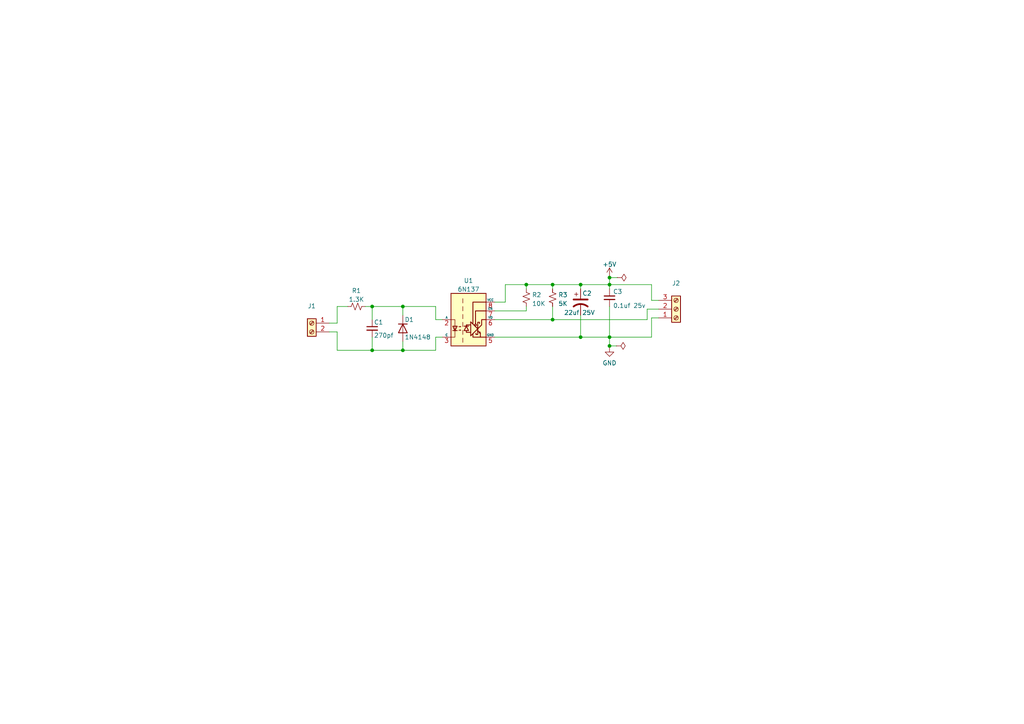
<source format=kicad_sch>
(kicad_sch (version 20211123) (generator eeschema)
  (paper "A4")
  (lib_symbols
    (symbol "Connector:Screw_Terminal_01x02" (pin_names (offset 1.016) hide)
      (property "Reference" "J" (at 0 2.54 0))
      (property "Value" "Screw_Terminal_01x02" (at 0 -5.08 0))
      (symbol "Screw_Terminal_01x02_1_1"
        (rectangle (start -1.27 1.27) (end 1.27 -3.81) (stroke (width 0.254)) (fill (type background)))
        (circle (center 0 -2.54) (radius 0.635) (stroke (width 0.1524)))
        (polyline (pts (xy -0.5334 -2.2098) (xy 0.3302 -3.048)) (stroke (width 0.1524)))
        (polyline (pts (xy -0.5334 0.3302) (xy 0.3302 -0.508)) (stroke (width 0.1524)))
        (polyline (pts (xy -0.3556 -2.032) (xy 0.508 -2.8702)) (stroke (width 0.1524)))
        (polyline (pts (xy -0.3556 0.508) (xy 0.508 -0.3302)) (stroke (width 0.1524)))
        (circle (center 0 0) (radius 0.635) (stroke (width 0.1524)))
        (pin passive line (at -5.08 0 0) (length 3.81) (name "Pin_1") (number "1"))
        (pin passive line (at -5.08 -2.54 0) (length 3.81) (name "Pin_2") (number "2"))
      )
    )
    (symbol "Connector:Screw_Terminal_01x03" (pin_names (offset 1.016) hide)
      (property "Reference" "J" (at 0 5.08 0))
      (property "Value" "Screw_Terminal_01x03" (at 0 -5.08 0))
      (symbol "Screw_Terminal_01x03_1_1"
        (rectangle (start -1.27 3.81) (end 1.27 -3.81) (stroke (width 0.254)) (fill (type background)))
        (circle (center 0 -2.54) (radius 0.635) (stroke (width 0.1524)))
        (polyline (pts (xy -0.5334 -2.2098) (xy 0.3302 -3.048)) (stroke (width 0.1524)))
        (polyline (pts (xy -0.5334 0.3302) (xy 0.3302 -0.508)) (stroke (width 0.1524)))
        (polyline (pts (xy -0.5334 2.8702) (xy 0.3302 2.032)) (stroke (width 0.1524)))
        (polyline (pts (xy -0.3556 -2.032) (xy 0.508 -2.8702)) (stroke (width 0.1524)))
        (polyline (pts (xy -0.3556 0.508) (xy 0.508 -0.3302)) (stroke (width 0.1524)))
        (polyline (pts (xy -0.3556 3.048) (xy 0.508 2.2098)) (stroke (width 0.1524)))
        (circle (center 0 0) (radius 0.635) (stroke (width 0.1524)))
        (circle (center 0 2.54) (radius 0.635) (stroke (width 0.1524)))
        (pin passive line (at -5.08 2.54 0) (length 3.81) (name "Pin_1") (number "1"))
        (pin passive line (at -5.08 0 0) (length 3.81) (name "Pin_2") (number "2"))
        (pin passive line (at -5.08 -2.54 0) (length 3.81) (name "Pin_3") (number "3"))
      )
    )
    (symbol "Device:C_Polarized_US" (pin_numbers hide) (pin_names (offset 0.254) hide)
      (property "Reference" "C" (at 0.635 2.54 0))
      (property "Value" "C_Polarized_US" (at 0.635 -2.54 0))
      (symbol "C_Polarized_US_0_1"
        (polyline (pts (xy -2.032 0.762) (xy 2.032 0.762)) (stroke (width 0.508)))
        (polyline (pts (xy -1.778 2.286) (xy -0.762 2.286)))
        (polyline (pts (xy -1.27 1.778) (xy -1.27 2.794)))
        (arc (start 2.032 -1.27) (mid 0 -0.5572) (end -2.032 -1.27) (stroke (width 0.508)))
      )
      (symbol "C_Polarized_US_1_1"
        (pin passive line (at 0 3.81 270) (length 2.794) (name "~") (number "1"))
        (pin passive line (at 0 -3.81 90) (length 3.302) (name "~") (number "2"))
      )
    )
    (symbol "Device:C_Small" (pin_numbers hide) (pin_names (offset 0.254) hide)
      (property "Reference" "C" (at 0.254 1.778 0))
      (property "Value" "C_Small" (at 0.254 -2.032 0))
      (symbol "C_Small_0_1"
        (polyline (pts (xy -1.524 -0.508) (xy 1.524 -0.508)) (stroke (width 0.3302)))
        (polyline (pts (xy -1.524 0.508) (xy 1.524 0.508)) (stroke (width 0.3048)))
      )
      (symbol "C_Small_1_1"
        (pin passive line (at 0 2.54 270) (length 2.032) (name "~") (number "1"))
        (pin passive line (at 0 -2.54 90) (length 2.032) (name "~") (number "2"))
      )
    )
    (symbol "Device:R_Small_US" (pin_numbers hide) (pin_names (offset 0.254) hide)
      (property "Reference" "R" (at 0.762 0.508 0))
      (property "Value" "R_Small_US" (at 0.762 -1.016 0))
      (symbol "R_Small_US_1_1"
        (polyline (pts (xy 0 0) (xy 1.016 -0.381) (xy 0 -0.762) (xy -1.016 -1.143) (xy 0 -1.524)))
        (polyline (pts (xy 0 1.524) (xy 1.016 1.143) (xy 0 0.762) (xy -1.016 0.381) (xy 0 0)))
        (pin passive line (at 0 2.54 270) (length 1.016) (name "~") (number "1"))
        (pin passive line (at 0 -2.54 90) (length 1.016) (name "~") (number "2"))
      )
    )
    (symbol "Diode:1N4148" (pin_numbers hide) (pin_names (offset 1.016) hide)
      (property "Reference" "D" (at 0 2.54 0))
      (property "Value" "1N4148" (at 0 -2.54 0))
      (symbol "1N4148_0_1"
        (polyline (pts (xy -1.27 1.27) (xy -1.27 -1.27)) (stroke (width 0.254)))
        (polyline (pts (xy 1.27 0) (xy -1.27 0)))
        (polyline (pts (xy 1.27 1.27) (xy 1.27 -1.27) (xy -1.27 0) (xy 1.27 1.27)) (stroke (width 0.254)))
      )
      (symbol "1N4148_1_1"
        (pin passive line (at -3.81 0 0) (length 2.54) (name "K") (number "1"))
        (pin passive line (at 3.81 0 180) (length 2.54) (name "A") (number "2"))
      )
    )
    (symbol "Isolator:6N137" (pin_names (offset 0))
      (property "Reference" "U" (at -4.064 8.89 0))
      (property "Value" "6N137" (at 0 -8.89 0))
      (symbol "6N137_0_1"
        (polyline (pts (xy 2.667 -3.556) (xy 2.667 -1.651)) (stroke (width 0.254)))
        (polyline (pts (xy 2.667 -2.159) (xy 2.667 -2.921)) (stroke (width 0.254)))
        (polyline (pts (xy 3.429 -3.937) (xy 3.429 -5.08)) (stroke (width 0.254)))
        (polyline (pts (xy -0.635 -3.302) (xy -0.635 -3.683) (xy 0.635 -3.683)) (stroke (width 0.254)))
        (polyline (pts (xy -0.635 -1.905) (xy -0.635 -1.524) (xy 0.508 -1.524)) (stroke (width 0.254)))
        (polyline (pts (xy 1.27 -4.064) (xy 1.27 -5.08) (xy 5.08 -5.08)) (stroke (width 0.254)))
        (polyline (pts (xy 1.27 -1.27) (xy 1.27 5.08) (xy 5.08 5.08)) (stroke (width 0.254)))
        (polyline (pts (xy 2.032 -1.27) (xy 2.032 2.54) (xy 5.08 2.54)) (stroke (width 0.254)))
        (polyline (pts (xy -5.08 -5.08) (xy -3.937 -5.08) (xy -3.937 0) (xy -5.08 0)))
        (polyline (pts (xy 2.667 -3.302) (xy 2.667 -4.318) (xy 2.159 -4.318) (xy 2.159 -3.937)) (stroke (width 0.254)))
        (polyline (pts (xy 2.667 -2.667) (xy 0.635 -4.699) (xy 0.635 -0.635) (xy 2.667 -2.667)) (stroke (width 0.254)))
        (polyline (pts (xy 2.667 -1.778) (xy 2.667 -0.762) (xy 3.175 -0.762) (xy 3.175 -1.143)) (stroke (width 0.254)))
        (polyline (pts (xy 2.794 -2.54) (xy 3.81 -1.524) (xy 3.81 0) (xy 5.08 0)) (stroke (width 0.254)))
        (polyline (pts (xy 2.667 -3.175) (xy 3.429 -3.937) (xy 3.302 -3.556) (xy 3.048 -3.81) (xy 3.429 -3.937)) (stroke (width 0.254)))
        (circle (center 2.032 -1.524) (radius 0.254) (stroke (width 0.254)))
      )
      (symbol "6N137_1_1"
        (rectangle (start -5.08 7.62) (end 5.08 -7.62) (stroke (width 0.254)) (fill (type background)))
        (polyline (pts (xy -4.572 -3.175) (xy -3.302 -3.175)) (stroke (width 0.254)))
        (polyline (pts (xy -1.651 -5.334) (xy -1.651 -6.604)))
        (polyline (pts (xy -1.651 -3.048) (xy -1.651 -4.318)))
        (polyline (pts (xy -1.651 -0.762) (xy -1.651 -2.032)))
        (polyline (pts (xy -1.651 1.524) (xy -1.651 0.254)))
        (polyline (pts (xy -1.651 3.81) (xy -1.651 2.54)))
        (polyline (pts (xy -1.651 6.096) (xy -1.651 4.826)))
        (polyline (pts (xy -1.27 -1.905) (xy 0 -1.905)) (stroke (width 0.254)))
        (polyline (pts (xy -3.937 -3.175) (xy -4.572 -1.905) (xy -3.302 -1.905) (xy -3.937 -3.175)) (stroke (width 0.254)))
        (polyline (pts (xy -0.635 -1.905) (xy -1.27 -3.175) (xy 0 -3.175) (xy -0.635 -1.905)) (stroke (width 0.254)))
        (polyline (pts (xy -2.921 -3.048) (xy -2.159 -3.048) (xy -2.54 -3.175) (xy -2.54 -2.921) (xy -2.159 -3.048)) (stroke (width 0.127)))
        (polyline (pts (xy -2.921 -2.032) (xy -2.159 -2.032) (xy -2.54 -2.159) (xy -2.54 -1.905) (xy -2.159 -2.032)) (stroke (width 0.127)))
        (pin no_connect line (at -5.08 5.08 0) (length 2.54) hide (name "NC") (number "1"))
        (pin passive line (at -7.62 0 0) (length 2.54) (name "A") (number "2"))
        (pin passive line (at -7.62 -5.08 0) (length 2.54) (name "C") (number "3"))
        (pin power_in line (at 7.62 -5.08 180) (length 2.54) (name "GND") (number "5"))
        (pin open_collector line (at 7.62 0 180) (length 2.54) (name "VO") (number "6"))
        (pin input line (at 7.62 2.54 180) (length 2.54) (name "EN") (number "7"))
        (pin power_in line (at 7.62 5.08 180) (length 2.54) (name "VCC") (number "8"))
      )
    )
    (symbol "power:+5V" (power) (pin_names (offset 0))
      (property "Value" "+5V" (at 0 3.556 0))
      (symbol "+5V_0_1"
        (polyline (pts (xy -0.762 1.27) (xy 0 2.54)))
        (polyline (pts (xy 0 0) (xy 0 2.54)))
        (polyline (pts (xy 0 2.54) (xy 0.762 1.27)))
      )
      (symbol "+5V_1_1"
        (pin power_in line (at 0 0 90) (length 0) hide (name "+5V") (number "1"))
      )
    )
    (symbol "power:GND" (power) (pin_names (offset 0))
      (property "Value" "GND" (at 0 -3.81 0))
      (symbol "GND_0_1"
        (polyline (pts (xy 0 0) (xy 0 -1.27) (xy 1.27 -1.27) (xy 0 -2.54) (xy -1.27 -1.27) (xy 0 -1.27)))
      )
      (symbol "GND_1_1"
        (pin power_in line (at 0 0 270) (length 0) hide (name "GND") (number "1"))
      )
    )
    (symbol "power:PWR_FLAG" (power) (pin_numbers hide) (pin_names (offset 0) hide)
      (property "Value" "PWR_FLAG" (at 0 3.81 0))
      (symbol "PWR_FLAG_0_0"
        (pin power_out line (at 0 0 90) (length 0) (name "pwr") (number "1"))
      )
      (symbol "PWR_FLAG_0_1"
        (polyline (pts (xy 0 0) (xy 0 1.27) (xy -1.016 1.905) (xy 0 2.54) (xy 1.016 1.905) (xy 0 1.27)))
      )
    )
  )
  (junction (at 168.402 97.79))
  (junction (at 176.784 97.79))
  (junction (at 116.84 101.6))
  (junction (at 107.95 101.6))
  (junction (at 176.784 82.55))
  (junction (at 107.95 88.9))
  (junction (at 116.84 88.9))
  (junction (at 176.784 80.518))
  (junction (at 152.654 82.55))
  (junction (at 160.274 82.55))
  (junction (at 168.402 82.55))
  (junction (at 176.784 100.33))
  (junction (at 160.274 92.71))
  (wire (pts (xy 176.784 82.55) (xy 176.784 83.82)))
  (wire (pts (xy 160.274 92.71) (xy 187.706 92.71)))
  (wire (pts (xy 97.79 96.266) (xy 97.79 101.6)))
  (wire (pts (xy 168.402 82.55) (xy 168.402 83.82)))
  (wire (pts (xy 188.976 82.55) (xy 176.784 82.55)))
  (wire (pts (xy 160.274 88.9) (xy 160.274 92.71)))
  (wire (pts (xy 160.274 82.55) (xy 160.274 83.82)))
  (wire (pts (xy 107.95 88.9) (xy 116.84 88.9)))
  (wire (pts (xy 191.008 92.202) (xy 188.976 92.202)))
  (wire (pts (xy 188.976 92.202) (xy 188.976 97.79)))
  (wire (pts (xy 146.558 87.63) (xy 146.558 82.55)))
  (wire (pts (xy 176.784 80.264) (xy 176.784 80.518)))
  (wire (pts (xy 107.95 97.79) (xy 107.95 101.6)))
  (wire (pts (xy 176.784 88.9) (xy 176.784 97.79)))
  (wire (pts (xy 191.008 87.122) (xy 188.976 87.122)))
  (wire (pts (xy 116.84 88.9) (xy 116.84 91.44)))
  (wire (pts (xy 176.784 80.518) (xy 176.784 82.55)))
  (wire (pts (xy 188.976 97.79) (xy 176.784 97.79)))
  (wire (pts (xy 152.654 82.55) (xy 160.274 82.55)))
  (wire (pts (xy 152.654 88.9) (xy 152.654 90.17)))
  (wire (pts (xy 143.51 97.79) (xy 168.402 97.79)))
  (wire (pts (xy 187.706 89.662) (xy 191.008 89.662)))
  (wire (pts (xy 143.51 92.71) (xy 160.274 92.71)))
  (wire (pts (xy 126.365 101.6) (xy 116.84 101.6)))
  (wire (pts (xy 128.27 92.71) (xy 126.365 92.71)))
  (wire (pts (xy 95.504 93.726) (xy 97.79 93.726)))
  (wire (pts (xy 168.402 91.44) (xy 168.402 97.79)))
  (wire (pts (xy 143.51 90.17) (xy 152.654 90.17)))
  (wire (pts (xy 168.402 82.55) (xy 176.784 82.55)))
  (wire (pts (xy 107.95 88.9) (xy 107.95 92.71)))
  (wire (pts (xy 128.27 97.79) (xy 126.365 97.79)))
  (wire (pts (xy 188.976 87.122) (xy 188.976 82.55)))
  (wire (pts (xy 176.784 97.79) (xy 176.784 100.33)))
  (wire (pts (xy 152.654 82.55) (xy 152.654 83.82)))
  (wire (pts (xy 100.838 88.9) (xy 97.79 88.9)))
  (wire (pts (xy 176.784 100.33) (xy 178.816 100.33)))
  (wire (pts (xy 176.784 100.33) (xy 176.784 100.838)))
  (wire (pts (xy 116.84 88.9) (xy 126.365 88.9)))
  (wire (pts (xy 187.706 92.71) (xy 187.706 89.662)))
  (wire (pts (xy 176.784 80.518) (xy 179.07 80.518)))
  (wire (pts (xy 160.274 82.55) (xy 168.402 82.55)))
  (wire (pts (xy 105.918 88.9) (xy 107.95 88.9)))
  (wire (pts (xy 97.79 88.9) (xy 97.79 93.726)))
  (wire (pts (xy 143.51 87.63) (xy 146.558 87.63)))
  (wire (pts (xy 116.84 101.6) (xy 107.95 101.6)))
  (wire (pts (xy 146.558 82.55) (xy 152.654 82.55)))
  (wire (pts (xy 116.84 99.06) (xy 116.84 101.6)))
  (wire (pts (xy 168.402 97.79) (xy 176.784 97.79)))
  (wire (pts (xy 126.365 92.71) (xy 126.365 88.9)))
  (wire (pts (xy 95.504 96.266) (xy 97.79 96.266)))
  (wire (pts (xy 126.365 97.79) (xy 126.365 101.6)))
  (wire (pts (xy 97.79 101.6) (xy 107.95 101.6)))
  (symbol (lib_id "Device:R_Small_US") (at 160.274 86.36 0) (unit 1)
    (property "Reference" "R3" (at 161.925 85.5253 0) (effects (justify left)))
    (property "Value" "5K" (at 161.925 88.0622 0) (effects (justify left)))
    (property "Footprint" "Resistor_THT:R_Axial_DIN0309_L9.0mm_D3.2mm_P5.08mm_Vertical" (effects hide))
  )
  (symbol (lib_id "Device:R_Small_US") (at 152.654 86.36 0) (unit 1)
    (property "Reference" "R2" (at 154.305 85.5253 0) (effects (justify left)))
    (property "Value" "10K" (at 154.305 88.0622 0) (effects (justify left)))
    (property "Footprint" "Resistor_THT:R_Axial_DIN0309_L9.0mm_D3.2mm_P5.08mm_Vertical" (effects hide))
  )
  (symbol (lib_id "Device:C_Small") (at 107.95 95.25 0) (unit 1)
    (property "Reference" "C1" (at 108.458 93.472 0) (effects (justify left)))
    (property "Value" "270pf" (at 108.458 97.282 0) (effects (justify left)))
    (property "Footprint" "Capacitor_THT:C_Disc_D5.0mm_W2.5mm_P2.50mm" (effects hide))
  )
  (symbol (lib_id "Connector:Screw_Terminal_01x02") (at 90.424 93.726 0) (mirror y) (unit 1)
    (property "Reference" "J1" (at 90.424 88.7562 0))
    (property "Value" " " (at 90.424 91.2931 0))
    (property "Footprint" "TerminalBlock_Phoenix:TerminalBlock_Phoenix_MPT-0,5-2-2.54_1x02_P2.54mm_Horizontal" (effects hide))
  )
  (symbol (lib_id "Device:C_Small") (at 176.784 86.36 0) (unit 1)
    (property "Reference" "C3" (at 177.8 84.582 0) (effects (justify left)))
    (property "Value" "0.1uf 25v" (at 177.8 88.646 0) (effects (justify left)))
    (property "Footprint" "Capacitor_THT:C_Disc_D5.0mm_W2.5mm_P2.50mm" (effects hide))
  )
  (symbol (lib_id "power:PWR_FLAG") (at 179.07 80.518 270) (unit 1)
    (property "Reference" "#FLG0102" (effects hide))
    (property "Value" "PWR_FLAG" (effects hide))
  )
  (symbol (lib_id "power:GND") (at 176.784 100.838 0) (unit 1)
    (property "Reference" "#PWR02" (effects hide))
    (property "Value" "GND" (at 176.784 105.2814 0))
  )
  (symbol (lib_id "Connector:Screw_Terminal_01x03") (at 196.088 89.662 0) (mirror x) (unit 1)
    (property "Reference" "J2" (at 196.088 82.1522 0))
    (property "Value" " " (at 196.088 84.6891 0))
    (property "Footprint" "TerminalBlock_Phoenix:TerminalBlock_Phoenix_MPT-0,5-3-2.54_1x03_P2.54mm_Horizontal" (effects hide))
  )
  (symbol (lib_id "Diode:1N4148") (at 116.84 95.25 270) (unit 1)
    (property "Reference" "D1" (at 117.348 92.71 90) (effects (justify left)))
    (property "Value" "1N4148" (at 117.348 97.79 90) (effects (justify left)))
    (property "Footprint" "Diode_THT:D_DO-35_SOD27_P7.62mm_Horizontal" (effects hide))
    (property "Datasheet" "https://assets.nexperia.com/documents/data-sheet/1N4148_1N4448.pdf" (effects hide))
  )
  (symbol (lib_id "Device:R_Small_US") (at 103.378 88.9 90) (unit 1)
    (property "Reference" "R1" (at 103.378 84.3112 90))
    (property "Value" "1.3K" (at 103.378 86.8481 90))
    (property "Footprint" "Resistor_THT:R_Axial_DIN0309_L9.0mm_D3.2mm_P5.08mm_Vertical" (effects hide))
  )
  (symbol (lib_id "power:+5V") (at 176.784 80.264 0) (unit 1)
    (property "Reference" "#PWR01" (effects hide))
    (property "Value" "+5V" (at 176.784 76.6882 0))
  )
  (symbol (lib_id "Device:C_Polarized_US") (at 168.402 87.63 0) (unit 1)
    (property "Reference" "C2" (at 168.91 85.09 0) (effects (justify left)))
    (property "Value" "22uf 25V" (at 163.576 90.678 0) (effects (justify left)))
    (property "Footprint" "Capacitor_THT:CP_Radial_D5.0mm_P2.50mm" (effects hide))
  )
  (symbol (lib_id "power:PWR_FLAG") (at 178.816 100.33 270) (unit 1)
    (property "Reference" "#FLG0101" (effects hide))
    (property "Value" "PWR_FLAG" (effects hide))
  )
  (symbol (lib_id "Isolator:6N137") (at 135.89 92.71 0) (unit 1)
    (property "Reference" "U1" (at 135.89 81.3902 0))
    (property "Value" "6N137" (at 135.89 83.9271 0))
    (property "Footprint" "Package_DIP:DIP-8_W7.62mm" (effects hide))
    (property "Datasheet" "https://docs.broadcom.com/docs/AV02-0940EN" (effects hide))
  )
)
</source>
